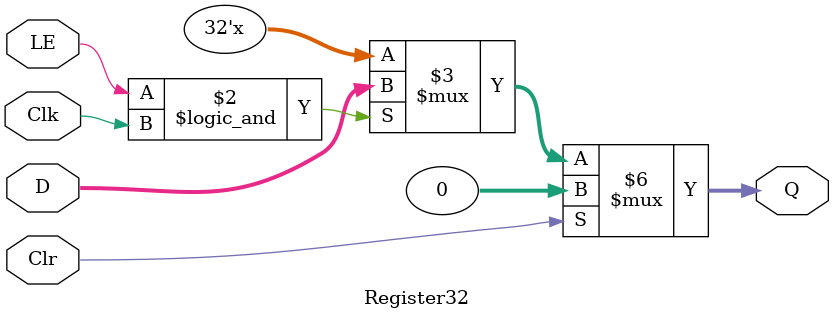
<source format=v>
module Register32 (output reg [31:0] Q, input [31:0] D, input LE, Clr, Clk);

	always @ (Clk, Clr)

	if (Clr) Q <= 32'h00000000;
	else if (LE && Clk) Q <= D;

endmodule
	


</source>
